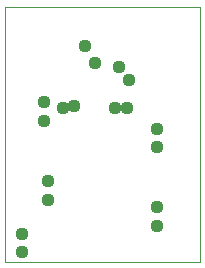
<source format=gbs>
G75*
%MOIN*%
%OFA0B0*%
%FSLAX24Y24*%
%IPPOS*%
%LPD*%
%AMOC8*
5,1,8,0,0,1.08239X$1,22.5*
%
%ADD10C,0.0000*%
%ADD11C,0.0440*%
D10*
X002392Y002517D02*
X002392Y011017D01*
X008892Y011017D01*
X008892Y002517D01*
X002392Y002517D01*
D11*
X002954Y002829D03*
X002954Y003454D03*
X003829Y004579D03*
X003829Y005204D03*
X003704Y007204D03*
X003704Y007829D03*
X004329Y007642D03*
X004704Y007704D03*
X006079Y007642D03*
X006454Y007642D03*
X006517Y008579D03*
X006204Y009017D03*
X005392Y009142D03*
X005079Y009704D03*
X007454Y006954D03*
X007454Y006329D03*
X007454Y004329D03*
X007454Y003704D03*
M02*

</source>
